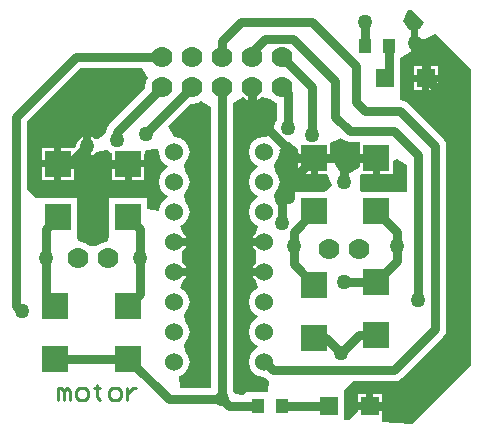
<source format=gtl>
%FSLAX24Y24*%
%MOIN*%
G70*
G01*
G75*
G04 Layer_Physical_Order=1*
G04 Layer_Color=255*
%ADD10R,0.0600X0.0600*%
%ADD11R,0.0400X0.0500*%
%ADD12R,0.0870X0.0866*%
%ADD13C,0.0315*%
%ADD14C,0.0100*%
%ADD15C,0.0700*%
%ADD16C,0.0600*%
%ADD17C,0.0500*%
G36*
X16927Y35172D02*
Y25790D01*
X15890D01*
X15851Y26181D01*
X15896Y26190D01*
X16061Y26301D01*
X16172Y26466D01*
X16211Y26661D01*
X16172Y26857D01*
X16061Y27022D01*
X16035Y27274D01*
X16061Y27301D01*
X16061Y27301D01*
X16061D01*
X16172Y27466D01*
X16211Y27661D01*
X16172Y27857D01*
X16061Y28022D01*
X16035Y28274D01*
X16061Y28301D01*
X16061Y28301D01*
X16061D01*
X16172Y28466D01*
X16211Y28661D01*
X16172Y28857D01*
X16061Y29022D01*
X15896Y29132D01*
D01*
D01*
X15989Y29373D01*
X15989Y29373D01*
X15989D01*
X16078Y29505D01*
X16085Y29541D01*
X15701D01*
Y29781D01*
X16085D01*
X16078Y29817D01*
X15989Y29950D01*
X15967Y29965D01*
Y30358D01*
X15989Y30373D01*
X16078Y30505D01*
X16085Y30541D01*
X15701D01*
Y30781D01*
X16085D01*
X16078Y30817D01*
X15989Y30950D01*
X15989Y30950D01*
X15989D01*
X15896Y31190D01*
Y31190D01*
X16061Y31301D01*
X16172Y31466D01*
X16211Y31661D01*
X16172Y31857D01*
X16061Y32022D01*
X16035Y32274D01*
X16061Y32301D01*
X16061Y32301D01*
X16061D01*
X16172Y32466D01*
X16211Y32661D01*
X16172Y32857D01*
X16061Y33022D01*
X16035Y33274D01*
X16061Y33301D01*
X16061Y33301D01*
X16061D01*
X16172Y33466D01*
X16211Y33661D01*
X16172Y33857D01*
X16061Y34022D01*
X15896Y34132D01*
X15701Y34171D01*
X15680Y34167D01*
X15494Y34514D01*
X16254Y35274D01*
X16291Y35266D01*
X16506Y35309D01*
X16580Y35358D01*
X16927Y35172D01*
D02*
G37*
G36*
X18411Y35392D02*
X18467Y35403D01*
X18616Y35502D01*
X18616Y35502D01*
Y35502D01*
X18895Y35430D01*
D01*
X19077Y35309D01*
X19124Y35299D01*
Y34713D01*
X19064Y34624D01*
X19029Y34449D01*
X19031Y34439D01*
X18753Y34161D01*
X18701Y34171D01*
X18506Y34132D01*
X18340Y34022D01*
X18230Y33857D01*
X18191Y33661D01*
X18230Y33466D01*
X18340Y33301D01*
X18506Y33190D01*
X18506Y33190D01*
X18340Y33022D01*
X18340Y33022D01*
X18340D01*
X18230Y32857D01*
X18191Y32661D01*
X18230Y32466D01*
X18340Y32301D01*
X18506Y32190D01*
X18506Y32190D01*
X18340Y32022D01*
X18340Y32022D01*
X18340D01*
X18230Y31857D01*
X18191Y31661D01*
X18230Y31466D01*
X18340Y31301D01*
X18506Y31190D01*
X18506Y31190D01*
X18412Y30950D01*
X18412Y30950D01*
X18412D01*
X18324Y30817D01*
X18317Y30781D01*
X18701D01*
Y30541D01*
X18317D01*
X18324Y30505D01*
X18412Y30373D01*
X18434Y30358D01*
Y29965D01*
X18412Y29950D01*
X18324Y29817D01*
X18317Y29781D01*
X18701D01*
Y29541D01*
X18317D01*
X18324Y29505D01*
X18412Y29373D01*
X18412Y29373D01*
X18412D01*
X18506Y29132D01*
D01*
D01*
X18340Y29022D01*
X18230Y28857D01*
X18191Y28661D01*
X18230Y28466D01*
X18340Y28301D01*
X18506Y28190D01*
X18506Y28190D01*
X18340Y28022D01*
X18340Y28022D01*
X18340D01*
X18230Y27857D01*
X18191Y27661D01*
X18230Y27466D01*
X18340Y27301D01*
X18506Y27190D01*
X18506Y27190D01*
X18340Y27022D01*
X18340Y27022D01*
X18340D01*
X18230Y26857D01*
X18191Y26661D01*
X18230Y26466D01*
X18340Y26301D01*
X18506Y26190D01*
X18694Y26153D01*
X18727Y26120D01*
X18845Y26041D01*
X18858Y26039D01*
X18819Y25647D01*
X18104D01*
Y25647D01*
X18019Y25570D01*
X17715Y25601D01*
X17656Y25690D01*
Y35293D01*
X18003Y35478D01*
X18116Y35403D01*
X18171Y35392D01*
Y35827D01*
X18411D01*
Y35392D01*
D02*
G37*
G36*
X21297Y34093D02*
X21416Y34014D01*
X21555Y33986D01*
X21906D01*
Y33585D01*
X22441D01*
Y33465D01*
X22561D01*
Y32931D01*
X22976D01*
Y33376D01*
X23127Y33439D01*
X23454Y33220D01*
Y32326D01*
X23076D01*
Y32326D01*
X21956D01*
X21906Y32387D01*
X21906Y32904D01*
X21919Y32931D01*
X22321D01*
Y33345D01*
X21906D01*
Y33150D01*
X21559Y32964D01*
X21495Y33007D01*
X21478Y33010D01*
Y32677D01*
X21238D01*
Y33010D01*
X21222Y33007D01*
X20996Y33345D01*
X20494D01*
Y32931D01*
X20797D01*
X20966Y32576D01*
X20826Y32405D01*
X20707Y32326D01*
X19739D01*
Y32094D01*
X19643Y31950D01*
X19172Y31857D01*
X19061Y32022D01*
X19035Y32274D01*
X19061Y32301D01*
X19061Y32301D01*
X19061D01*
X19172Y32466D01*
X19211Y32661D01*
X19172Y32857D01*
X19061Y33022D01*
X19035Y33274D01*
X19061Y33301D01*
X19061Y33301D01*
X19061D01*
X19172Y33466D01*
X19211Y33661D01*
X19200Y33714D01*
X19479Y33992D01*
X19488Y33990D01*
X19535Y33999D01*
X19839Y33749D01*
Y33585D01*
X20909D01*
Y33967D01*
X21273Y34117D01*
X21297Y34093D01*
D02*
G37*
G36*
X14822Y36115D02*
X14773Y36041D01*
X14731Y35827D01*
X14738Y35789D01*
X13522Y34573D01*
X13443Y34454D01*
X13416Y34322D01*
X13356Y34231D01*
X13145Y34091D01*
X13050Y34110D01*
Y34110D01*
X13048Y34111D01*
X13048Y34111D01*
Y34111D01*
X12932Y34188D01*
X12915Y34191D01*
Y33858D01*
Y33525D01*
X12932Y33529D01*
X13048Y33606D01*
X13076Y33649D01*
X13462Y33726D01*
X13604Y33631D01*
X13638Y33624D01*
Y33388D01*
X14708D01*
Y33514D01*
X14754Y33744D01*
X15109Y33774D01*
X15153Y33761D01*
X15191Y33661D01*
X15191Y33661D01*
X15191D01*
X15230Y33466D01*
X15340Y33301D01*
X15506Y33190D01*
X15506Y33190D01*
X15340Y33022D01*
X15340Y33022D01*
X15340D01*
X15230Y32857D01*
X15191Y32661D01*
X15230Y32466D01*
X15340Y32301D01*
X15506Y32190D01*
X15506Y32190D01*
X15340Y32022D01*
X15340Y32022D01*
X15340D01*
X15230Y31857D01*
X15200Y31707D01*
X14808Y31746D01*
Y32129D01*
X13538D01*
Y30863D01*
X13538Y30863D01*
X13538D01*
X13502Y30680D01*
X13500Y30679D01*
D01*
X13285Y30636D01*
X13103Y30515D01*
X12897D01*
X12715Y30636D01*
X12500Y30679D01*
D01*
X12480Y30692D01*
X12446Y30863D01*
X12446Y30863D01*
X12446Y30863D01*
Y32129D01*
X11176D01*
Y32129D01*
X11076D01*
X10798Y32408D01*
Y34692D01*
X12568Y36462D01*
X14637D01*
X14822Y36115D01*
D02*
G37*
G36*
X24024Y37984D02*
X23905Y37760D01*
X23840Y37757D01*
Y37423D01*
X24057D01*
X24401Y37607D01*
X25591Y36417D01*
Y26575D01*
X23622Y24606D01*
X22616Y24664D01*
Y24797D01*
X22616Y24885D01*
X22616Y24885D01*
X22616Y24885D01*
Y25077D01*
X21816D01*
Y24997D01*
X21530Y24727D01*
X21366Y24736D01*
X21366Y24885D01*
X21366Y24885D01*
X21366Y24885D01*
Y25697D01*
X21366D01*
Y25735D01*
X21645Y26013D01*
X23031D01*
X23171Y26041D01*
X23289Y26120D01*
X23289Y26120D01*
X23289Y26120D01*
X24667Y27498D01*
X24746Y27616D01*
X24774Y27756D01*
X24774Y27756D01*
X24774Y27756D01*
Y27756D01*
Y33858D01*
X24746Y33998D01*
X24707Y34057D01*
X24667Y34116D01*
X23486Y35297D01*
X23368Y35376D01*
X23228Y35404D01*
X23236Y35622D01*
X23236Y35682D01*
X23236Y35682D01*
X23236Y35682D01*
Y36622D01*
X23212D01*
Y36805D01*
X23559Y36990D01*
X23584Y36973D01*
X23600Y36970D01*
Y37303D01*
Y37745D01*
X23512Y37741D01*
X23313Y38039D01*
X23498Y38386D01*
X23622D01*
X24024Y37984D01*
D02*
G37*
%LPC*%
G36*
X14708Y33148D02*
X14293D01*
Y32735D01*
X14708D01*
Y33148D01*
D02*
G37*
G36*
X20254Y33345D02*
X19839D01*
Y32931D01*
X20254D01*
Y33345D01*
D02*
G37*
G36*
X14053Y33148D02*
X13638D01*
Y32735D01*
X14053D01*
Y33148D01*
D02*
G37*
G36*
X22096Y25597D02*
X21816D01*
Y25317D01*
X22096D01*
Y25597D01*
D02*
G37*
G36*
X22616D02*
X22336D01*
Y25317D01*
X22616D01*
Y25597D01*
D02*
G37*
G36*
X11691Y33148D02*
X11276D01*
Y32735D01*
X11691D01*
Y33148D01*
D02*
G37*
G36*
Y33801D02*
X11276D01*
Y33388D01*
X11691D01*
Y33801D01*
D02*
G37*
G36*
X23966Y36522D02*
X23686D01*
Y36242D01*
X23966D01*
Y36522D01*
D02*
G37*
G36*
Y36002D02*
X23686D01*
Y35722D01*
X23966D01*
Y36002D01*
D02*
G37*
G36*
X24486D02*
X24206D01*
Y35722D01*
X24486D01*
Y36002D01*
D02*
G37*
G36*
X24053Y37183D02*
X23840D01*
Y36970D01*
X23857Y36973D01*
X23973Y37051D01*
X24050Y37167D01*
X24053Y37183D01*
D02*
G37*
G36*
X12675Y34191D02*
X12659Y34188D01*
X12543Y34111D01*
X12466Y33995D01*
X12438Y33858D01*
D01*
X12408Y33813D01*
X12346Y33801D01*
X12346Y33801D01*
X12346Y33801D01*
X11931D01*
Y33268D01*
Y32735D01*
X12346D01*
Y33061D01*
X12631Y33487D01*
D01*
X12659Y33529D01*
X12675Y33525D01*
Y33858D01*
Y34191D01*
D02*
G37*
G36*
X24486Y36522D02*
X24206D01*
Y36242D01*
X24486D01*
Y36522D01*
D02*
G37*
%LPD*%
G54D10*
X22736Y36122D02*
D03*
X24086D02*
D03*
X20866Y25197D02*
D03*
X22216D02*
D03*
G54D11*
X22047Y37205D02*
D03*
X22847D02*
D03*
X18504Y25197D02*
D03*
X19304D02*
D03*
G54D12*
X22441Y27559D02*
D03*
Y29331D02*
D03*
X20374Y27461D02*
D03*
Y29232D02*
D03*
X22441Y31693D02*
D03*
Y33465D02*
D03*
X20374Y31693D02*
D03*
Y33465D02*
D03*
X11713Y26772D02*
D03*
Y28543D02*
D03*
X14173Y26772D02*
D03*
Y28543D02*
D03*
X11811Y31496D02*
D03*
Y33268D02*
D03*
X14173Y31496D02*
D03*
Y33268D02*
D03*
G54D13*
X22736Y36122D02*
X22847Y36233D01*
Y37205D01*
X22047D02*
Y37992D01*
X17291Y25425D02*
X17520Y25197D01*
X18504D01*
X19304D02*
X20866D01*
X22216D02*
X23130D01*
X25098Y27165D01*
Y35110D01*
X24086Y36122D02*
X25098Y35110D01*
X24086Y36122D02*
Y36937D01*
X23720Y37303D02*
X24086Y36937D01*
X21358Y33465D02*
X22441D01*
X20374D02*
X21358D01*
Y32677D02*
Y33465D01*
X20276Y37992D02*
X21752Y36516D01*
Y35335D02*
Y36516D01*
Y35335D02*
X22047Y35039D01*
X23228D01*
X24409Y33858D01*
Y27756D02*
Y33858D01*
X23819Y28740D02*
Y33563D01*
X23031Y34350D02*
X23819Y33563D01*
X21555Y34350D02*
X23031D01*
X21064Y34841D02*
X21555Y34350D01*
X21064Y34841D02*
Y36022D01*
X19783Y33465D02*
X20374D01*
X18291Y34956D02*
X19783Y33465D01*
X12417Y36827D02*
X15291D01*
X10433Y34843D02*
X12417Y36827D01*
X10433Y28543D02*
Y34843D01*
X15520Y25425D02*
X17291D01*
X14173Y26772D02*
X15520Y25425D01*
X11713Y26772D02*
X14173D01*
X14567Y30118D02*
Y31102D01*
Y28937D02*
Y30118D01*
X11417D02*
Y31102D01*
Y28839D02*
Y30118D01*
X14173Y31496D02*
X14567Y31102D01*
X14173Y28543D02*
X14567Y28937D01*
X11417Y28839D02*
X11713Y28543D01*
X11417Y31102D02*
X11811Y31496D01*
X12205Y33268D02*
X14173D01*
X11811D02*
X12205D01*
X12795Y33858D01*
X21358Y29331D02*
X22441D01*
X21850Y27559D02*
X22441D01*
X21260Y26969D02*
X21850Y27559D01*
X20768Y27461D02*
X21260Y26969D01*
X20374Y27461D02*
X20768D01*
X19672Y37414D02*
X21064Y36022D01*
X19291Y32382D02*
X20374Y33465D01*
X19291Y31299D02*
Y32382D01*
X23130Y30512D02*
Y31004D01*
Y30020D02*
Y30512D01*
X19685Y30512D02*
Y31004D01*
Y29921D02*
Y30512D01*
X20374Y31692D02*
Y31693D01*
X19685Y31004D02*
X20374Y31692D01*
X19685Y29921D02*
X20374Y29232D01*
X22441Y31693D02*
X23130Y31004D01*
X22441Y29331D02*
X23130Y30020D01*
X20276Y37992D02*
Y37992D01*
X17913D02*
X20276D01*
X17291Y37370D02*
X17913Y37992D01*
X17291Y25425D02*
Y35827D01*
X19291D02*
X19488Y35630D01*
Y34449D02*
Y35630D01*
X18291Y34956D02*
Y35827D01*
X10433Y28543D02*
X10630Y28346D01*
X13780Y34315D02*
X15291Y35827D01*
X13780Y34055D02*
Y34315D01*
X14764Y34252D02*
Y34299D01*
X16291Y35827D01*
X18701Y26661D02*
X18984Y26378D01*
X23031D01*
X24409Y27756D01*
X17291Y36827D02*
Y37370D01*
X18713Y37414D02*
X19672D01*
X18291Y36992D02*
X18713Y37414D01*
X18291Y36827D02*
Y36992D01*
X20276Y34236D02*
Y35843D01*
X19291Y36827D02*
X20276Y35843D01*
G54D14*
X11811Y25394D02*
Y25794D01*
X11911D01*
X12011Y25694D01*
Y25394D01*
Y25694D01*
X12111Y25794D01*
X12211Y25694D01*
Y25394D01*
X12511D02*
X12711D01*
X12811Y25494D01*
Y25694D01*
X12711Y25794D01*
X12511D01*
X12411Y25694D01*
Y25494D01*
X12511Y25394D01*
X13111Y25894D02*
Y25794D01*
X13011D01*
X13211D01*
X13111D01*
Y25494D01*
X13211Y25394D01*
X13610D02*
X13810D01*
X13910Y25494D01*
Y25694D01*
X13810Y25794D01*
X13610D01*
X13510Y25694D01*
Y25494D01*
X13610Y25394D01*
X14110Y25794D02*
Y25394D01*
Y25594D01*
X14210Y25694D01*
X14310Y25794D01*
X14410D01*
G54D15*
X19291Y36827D02*
D03*
X18291Y35827D02*
D03*
Y36827D02*
D03*
X17291Y35827D02*
D03*
Y36827D02*
D03*
X16291Y35827D02*
D03*
Y36827D02*
D03*
X15291Y35827D02*
D03*
Y36827D02*
D03*
X19291Y35827D02*
D03*
X20866Y30413D02*
D03*
X21866D02*
D03*
X12500Y30118D02*
D03*
X13500D02*
D03*
G54D16*
X18701Y26661D02*
D03*
Y27661D02*
D03*
Y28661D02*
D03*
Y29661D02*
D03*
Y30661D02*
D03*
Y31661D02*
D03*
Y32661D02*
D03*
Y33661D02*
D03*
X15701Y26661D02*
D03*
Y27661D02*
D03*
Y28661D02*
D03*
Y29661D02*
D03*
Y30661D02*
D03*
Y31661D02*
D03*
Y32661D02*
D03*
Y33661D02*
D03*
G54D17*
X22047Y37992D02*
D03*
X23720Y37303D02*
D03*
X21358Y32677D02*
D03*
X11417Y30118D02*
D03*
X14567D02*
D03*
X21358Y29331D02*
D03*
X23130Y30512D02*
D03*
X19685Y30512D02*
D03*
X12795Y33858D02*
D03*
X19291Y31299D02*
D03*
X21260Y26969D02*
D03*
X17291Y25425D02*
D03*
X10630Y28346D02*
D03*
X13780Y34055D02*
D03*
X14764Y34252D02*
D03*
X23819Y28740D02*
D03*
X20276Y34236D02*
D03*
X19488Y34449D02*
D03*
M02*

</source>
